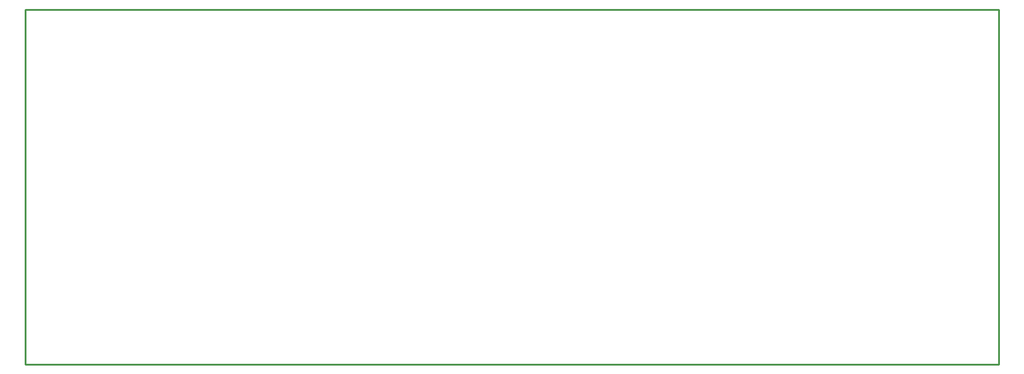
<source format=gbr>
%FSLAX34Y34*%
%MOMM*%
%LNOUTLINE*%
G71*
G01*
%ADD10C, 0.25*%
%LPD*%
G54D10*
X0Y0D02*
X1370012Y0D01*
X1370012Y-500062D01*
X0Y-500062D01*
X0Y0D01*
M02*

</source>
